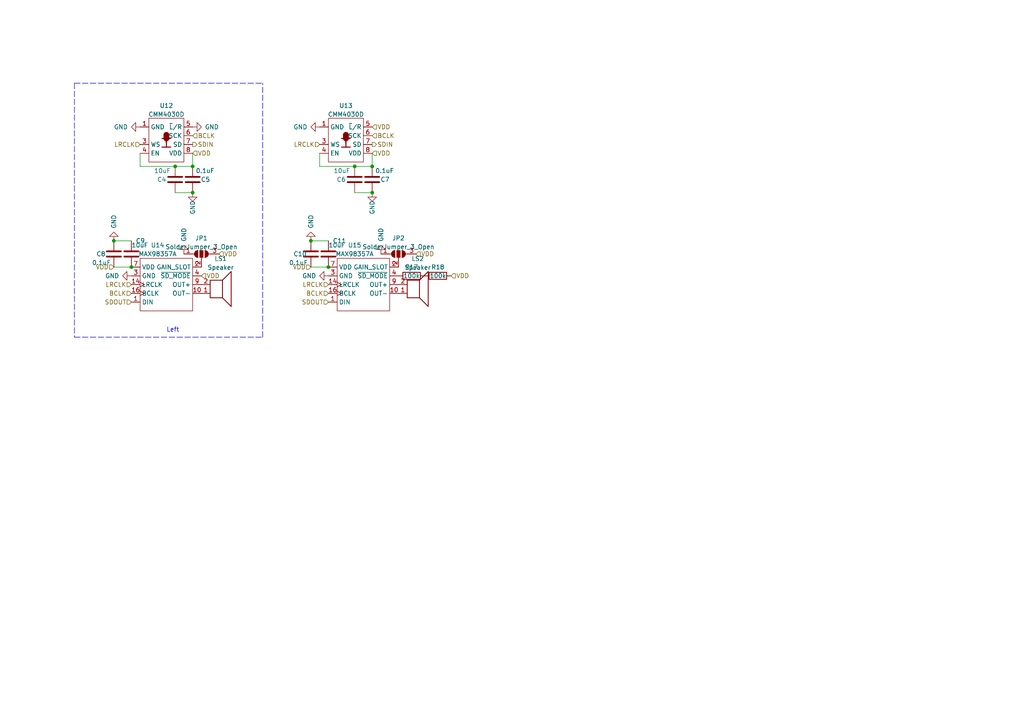
<source format=kicad_sch>
(kicad_sch (version 20211123) (generator eeschema)
  (paper "A4")
  (lib_symbols
    (symbol "Device:C" (pin_numbers hide) (pin_names (offset 0.254))
      (property "Reference" "C" (at 0.635 2.54 0))
      (property "Value" "C" (at 0.635 -2.54 0))
      (symbol "C_0_1"
        (polyline (pts (xy -2.032 -0.762) (xy 2.032 -0.762)) (stroke (width 0.508)))
        (polyline (pts (xy -2.032 0.762) (xy 2.032 0.762)) (stroke (width 0.508)))
      )
      (symbol "C_1_1"
        (pin passive line (at 0 3.81 270) (length 2.794) (name "~") (number "1"))
        (pin passive line (at 0 -3.81 90) (length 2.794) (name "~") (number "2"))
      )
    )
    (symbol "Device:R" (pin_numbers hide) (pin_names (offset 0))
      (property "Reference" "R" (at 2.032 0 90))
      (property "Value" "R" (at 0 0 90))
      (symbol "R_0_1"
        (rectangle (start -1.016 -2.54) (end 1.016 2.54) (stroke (width 0.254)))
      )
      (symbol "R_1_1"
        (pin passive line (at 0 3.81 270) (length 1.27) (name "~") (number "1"))
        (pin passive line (at 0 -3.81 90) (length 1.27) (name "~") (number "2"))
      )
    )
    (symbol "Device:Speaker" (pin_names (offset 0) hide)
      (property "Reference" "LS" (at 1.27 5.715 0))
      (property "Value" "Speaker" (at 1.27 3.81 0))
      (symbol "Speaker_0_0"
        (rectangle (start -2.54 1.27) (end 1.016 -3.81) (stroke (width 0.254)))
        (polyline (pts (xy 1.016 1.27) (xy 3.556 3.81) (xy 3.556 -6.35) (xy 1.016 -3.81)) (stroke (width 0.254)))
      )
      (symbol "Speaker_1_1"
        (pin input line (at -5.08 0 0) (length 2.54) (name "1") (number "1"))
        (pin input line (at -5.08 -2.54 0) (length 2.54) (name "2") (number "2"))
      )
    )
    (symbol "Jumper:SolderJumper_3_Open" (pin_names (offset 0) hide)
      (property "Reference" "JP" (at -2.54 -2.54 0))
      (property "Value" "SolderJumper_3_Open" (at 0 2.794 0))
      (symbol "SolderJumper_3_Open_0_1"
        (arc (start -1.016 1.016) (mid -2.032 0) (end -1.016 -1.016))
        (arc (start -1.016 1.016) (mid -2.032 0) (end -1.016 -1.016) (fill (type outline)))
        (rectangle (start -0.508 1.016) (end 0.508 -1.016) (fill (type outline)))
        (polyline (pts (xy -2.54 0) (xy -2.032 0)))
        (polyline (pts (xy -1.016 1.016) (xy -1.016 -1.016)))
        (polyline (pts (xy 0 -1.27) (xy 0 -1.016)))
        (polyline (pts (xy 1.016 1.016) (xy 1.016 -1.016)))
        (polyline (pts (xy 2.54 0) (xy 2.032 0)))
        (arc (start 1.016 -1.016) (mid 2.032 0) (end 1.016 1.016))
        (arc (start 1.016 -1.016) (mid 2.032 0) (end 1.016 1.016) (fill (type outline)))
      )
      (symbol "SolderJumper_3_Open_1_1"
        (pin passive line (at -5.08 0 0) (length 2.54) (name "A") (number "1"))
        (pin passive line (at 0 -3.81 90) (length 2.54) (name "C") (number "2"))
        (pin passive line (at 5.08 0 180) (length 2.54) (name "B") (number "3"))
      )
    )
    (symbol "MAX98357A_1"
      (property "Reference" "U" (at 0 -8.89 0))
      (property "Value" "MAX98357A_1" (at 0 8.89 0))
      (symbol "MAX98357A_1_0_1"
        (rectangle (start -7.62 7.62) (end 7.62 -7.62) (stroke (width 0.1524)))
      )
      (symbol "MAX98357A_1_1_1"
        (pin input line (at -10.16 -5.08 0) (length 2.54) (name "DIN") (number "1"))
        (pin output line (at 10.16 -2.54 180) (length 2.54) (name "OUT-") (number "10"))
        (pin power_in line (at -10.16 2.54 0) (length 2.54) hide (name "GND") (number "11"))
        (pin input clock (at -10.16 0 0) (length 2.54) (name "LRCLK") (number "14"))
        (pin power_in line (at -10.16 2.54 0) (length 2.54) hide (name "GND") (number "15"))
        (pin input clock (at -10.16 -2.54 0) (length 2.54) (name "BCLK") (number "16"))
        (pin passive line (at -10.16 2.54 0) (length 2.54) hide (name "GND") (number "17"))
        (pin input line (at 10.16 5.08 180) (length 2.54) (name "GAIN_SLOT") (number "2"))
        (pin power_in line (at -10.16 2.54 0) (length 2.54) (name "GND") (number "3"))
        (pin input line (at 10.16 2.54 180) (length 2.54) (name "~{SD_MODE}") (number "4"))
        (pin power_in line (at -10.16 5.08 0) (length 2.54) (name "VDD") (number "7"))
        (pin power_in line (at -10.16 5.08 0) (length 2.54) hide (name "VDD") (number "8"))
        (pin output line (at 10.16 0 180) (length 2.54) (name "OUT+") (number "9"))
      )
    )
    (symbol "ic:CMM4030D"
      (property "Reference" "U" (at 0 -10.922 0))
      (property "Value" "CMM4030D" (at 0 8.128 0))
      (symbol "CMM4030D_0_1"
        (rectangle (start -5.08 6.35) (end 5.08 -6.35) (stroke (width 0.1524)))
        (rectangle (start -0.762 1.524) (end 0.762 0.508) (stroke (width 0.1524)) (fill (type outline)))
        (arc (start 0 -0.762) (mid 0.898 1.406) (end -1.27 0.508) (stroke (width 0.3)))
        (polyline (pts (xy 0 -0.762) (xy 0 -2.032)) (stroke (width 0.3)))
        (polyline (pts (xy 1.27 -2.032) (xy -1.27 -2.032)) (stroke (width 0.3)))
        (circle (center 0 0.508) (radius 0.762) (stroke (width 0.1524)) (fill (type outline)))
        (circle (center 0 1.524) (radius 0.762) (stroke (width 0.1524)) (fill (type outline)))
        (arc (start 1.27 0.508) (mid -0.898 1.406) (end 0 -0.762) (stroke (width 0.3)))
      )
      (symbol "CMM4030D_1_1"
        (pin power_in line (at -7.62 3.81 0) (length 2.54) (name "GND") (number "1"))
        (pin input line (at -7.62 -1.27 0) (length 2.54) (name "WS") (number "3"))
        (pin input line (at -7.62 -3.81 0) (length 2.54) (name "EN") (number "4"))
        (pin input line (at 7.62 3.81 180) (length 2.54) (name "~{L}/R") (number "5"))
        (pin input line (at 7.62 1.27 180) (length 2.54) (name "SCK") (number "6"))
        (pin input line (at 7.62 -1.27 180) (length 2.54) (name "SD") (number "7"))
        (pin power_in line (at 7.62 -3.81 180) (length 2.54) (name "VDD") (number "8"))
      )
    )
    (symbol "ic:MAX98357A"
      (property "Reference" "U" (at 0 -8.89 0))
      (property "Value" "MAX98357A" (at 0 8.89 0))
      (symbol "MAX98357A_0_1"
        (rectangle (start -7.62 7.62) (end 7.62 -7.62) (stroke (width 0.1524)))
      )
      (symbol "MAX98357A_1_1"
        (pin input line (at -10.16 -5.08 0) (length 2.54) (name "DIN") (number "1"))
        (pin output line (at 10.16 -2.54 180) (length 2.54) (name "OUT-") (number "10"))
        (pin power_in line (at -10.16 2.54 0) (length 2.54) hide (name "GND") (number "11"))
        (pin input clock (at -10.16 0 0) (length 2.54) (name "LRCLK") (number "14"))
        (pin power_in line (at -10.16 2.54 0) (length 2.54) hide (name "GND") (number "15"))
        (pin input clock (at -10.16 -2.54 0) (length 2.54) (name "BCLK") (number "16"))
        (pin passive line (at -10.16 2.54 0) (length 2.54) hide (name "GND") (number "17"))
        (pin input line (at 10.16 5.08 180) (length 2.54) (name "GAIN_SLOT") (number "2"))
        (pin power_in line (at -10.16 2.54 0) (length 2.54) (name "GND") (number "3"))
        (pin input line (at 10.16 2.54 180) (length 2.54) (name "~{SD_MODE}") (number "4"))
        (pin power_in line (at -10.16 5.08 0) (length 2.54) (name "VDD") (number "7"))
        (pin power_in line (at -10.16 5.08 0) (length 2.54) hide (name "VDD") (number "8"))
        (pin output line (at 10.16 0 180) (length 2.54) (name "OUT+") (number "9"))
      )
    )
    (symbol "power:GND" (power) (pin_names (offset 0))
      (property "Value" "GND" (at 0 -3.81 0))
      (symbol "GND_0_1"
        (polyline (pts (xy 0 0) (xy 0 -1.27) (xy 1.27 -1.27) (xy 0 -2.54) (xy -1.27 -1.27) (xy 0 -1.27)))
      )
      (symbol "GND_1_1"
        (pin power_in line (at 0 0 270) (length 0) hide (name "GND") (number "1"))
      )
    )
  )
  (junction (at 55.88 55.88))
  (junction (at 50.8 48.26))
  (junction (at 38.1 77.47))
  (junction (at 102.87 48.26))
  (junction (at 107.95 48.26))
  (junction (at 107.95 55.88))
  (junction (at 33.02 69.85))
  (junction (at 90.17 69.85))
  (junction (at 95.25 77.47))
  (junction (at 55.88 48.26))
  (wire (pts (xy 33.02 77.47) (xy 38.1 77.47)))
  (polyline (pts (xy 21.59 24.13) (xy 21.59 97.79)))
  (wire (pts (xy 92.71 44.45) (xy 92.71 48.26)))
  (polyline (pts (xy 21.59 24.13) (xy 76.2 24.13)))
  (polyline (pts (xy 21.59 97.79) (xy 76.2 97.79)))
  (wire (pts (xy 102.87 55.88) (xy 107.95 55.88)))
  (wire (pts (xy 92.71 48.26) (xy 102.87 48.26)))
  (wire (pts (xy 102.87 48.26) (xy 107.95 48.26)))
  (wire (pts (xy 55.88 48.26) (xy 55.88 44.45)))
  (wire (pts (xy 38.1 69.85) (xy 33.02 69.85)))
  (wire (pts (xy 50.8 48.26) (xy 55.88 48.26)))
  (wire (pts (xy 40.64 48.26) (xy 50.8 48.26)))
  (polyline (pts (xy 76.2 97.79) (xy 76.2 24.13)))
  (wire (pts (xy 40.64 44.45) (xy 40.64 48.26)))
  (wire (pts (xy 95.25 69.85) (xy 90.17 69.85)))
  (wire (pts (xy 90.17 77.47) (xy 95.25 77.47)))
  (wire (pts (xy 107.95 48.26) (xy 107.95 44.45)))
  (wire (pts (xy 50.8 55.88) (xy 55.88 55.88)))
  (text "Left" (at 48.26 96.52 0) (effects (font (size 1.27 1.27)) (justify left bottom)))
  (hierarchical_label "VDD" (shape input) (at 63.5 73.66 0))
  (hierarchical_label "SDOUT" (shape input) (at 38.1 87.63 180))
  (hierarchical_label "VDD" (shape input) (at 107.95 36.83 0))
  (hierarchical_label "BCLK" (shape input) (at 55.88 39.37 0))
  (hierarchical_label "VDD" (shape input) (at 58.42 80.01 0))
  (hierarchical_label "LRCLK" (shape input) (at 92.71 41.91 180))
  (hierarchical_label "VDD" (shape input) (at 130.81 80.01 0))
  (hierarchical_label "VDD" (shape input) (at 120.65 73.66 0))
  (hierarchical_label "VDD" (shape input) (at 55.88 44.45 0))
  (hierarchical_label "LRCLK" (shape input) (at 95.25 82.55 180))
  (hierarchical_label "BCLK" (shape input) (at 95.25 85.09 180))
  (hierarchical_label "BCLK" (shape input) (at 107.95 39.37 0))
  (hierarchical_label "LRCLK" (shape input) (at 40.64 41.91 180))
  (hierarchical_label "VDD" (shape input) (at 90.17 77.47 180))
  (hierarchical_label "LRCLK" (shape input) (at 38.1 82.55 180))
  (hierarchical_label "VDD" (shape input) (at 107.95 44.45 0))
  (hierarchical_label "VDD" (shape input) (at 33.02 77.47 180))
  (hierarchical_label "SDOUT" (shape input) (at 95.25 87.63 180))
  (hierarchical_label "SDIN" (shape output) (at 55.88 41.91 0))
  (hierarchical_label "SDIN" (shape output) (at 107.95 41.91 0))
  (hierarchical_label "BCLK" (shape input) (at 38.1 85.09 180))
  (symbol (lib_id "Device:C") (at 38.1 73.66 0) (unit 1)
    (property "Reference" "C9" (at 39.37 69.85 0) (effects (justify left)))
    (property "Value" "10uF" (at 38.1 71.12 0) (effects (justify left)))
    (property "Footprint" "Capacitor_SMD:C_0603_1608Metric" (effects hide))
  )
  (symbol (lib_id "Device:R") (at 127 80.01 90) (unit 1)
    (property "Reference" "R18" (at 127 77.47 90))
    (property "Value" "100k" (at 127 80.01 90))
    (property "Footprint" "Resistor_SMD:R_0603_1608Metric" (effects hide))
  )
  (symbol (lib_id "power:GND") (at 33.02 69.85 180) (unit 1)
    (property "Reference" "#PWR0128" (effects hide))
    (property "Value" "GND" (at 33.02 62.23 90) (effects (justify left)))
  )
  (symbol (lib_id "power:GND") (at 53.34 73.66 180) (unit 1)
    (property "Reference" "#PWR0125" (effects hide))
    (property "Value" "GND" (at 53.34 66.04 90) (effects (justify left)))
  )
  (symbol (lib_id "power:GND") (at 90.17 69.85 180) (unit 1)
    (property "Reference" "#PWR0135" (effects hide))
    (property "Value" "GND" (at 90.17 62.23 90) (effects (justify left)))
  )
  (symbol (lib_id "power:GND") (at 107.95 55.88 0) (unit 1)
    (property "Reference" "#PWR0139" (effects hide))
    (property "Value" "GND" (at 107.95 62.23 90) (effects (justify left)))
  )
  (symbol (lib_id "Device:Speaker") (at 63.5 85.09 0) (mirror x) (unit 1)
    (property "Reference" "LS1" (at 64.008 75.0402 0))
    (property "Value" "Speaker" (at 64.008 77.5771 0))
    (property "Footprint" "misc:CMS1609" (effects hide))
  )
  (symbol (lib_id "Device:C") (at 107.95 52.07 180) (unit 1)
    (property "Reference" "C7" (at 113.03 52.07 0) (effects (justify left)))
    (property "Value" "0.1uF" (at 114.3 49.53 0) (effects (justify left)))
    (property "Footprint" "Capacitor_SMD:C_0603_1608Metric" (effects hide))
  )
  (symbol (lib_id "power:GND") (at 92.71 36.83 270) (unit 1)
    (property "Reference" "#PWR0132" (effects hide))
    (property "Value" "GND" (at 85.09 36.83 90) (effects (justify left)))
  )
  (symbol (lib_id "ic:CMM4030D") (at 100.33 40.64 0) (unit 1)
    (property "Reference" "U13" (at 100.33 30.641 0))
    (property "Value" "CMM4030D" (at 100.33 33.1779 0))
    (property "Footprint" "ic:CMM4030D_hand_solder" (effects hide))
  )
  (symbol (lib_id "Jumper:SolderJumper_3_Open") (at 115.57 73.66 0) (unit 1)
    (property "Reference" "JP2" (at 115.57 69.0712 0))
    (property "Value" "SolderJumper_3_Open" (at 115.57 71.6081 0))
    (property "Footprint" "Jumper:SolderJumper-3_P1.3mm_Open_RoundedPad1.0x1.5mm" (effects hide))
  )
  (symbol (lib_id "power:GND") (at 38.1 80.01 270) (unit 1)
    (property "Reference" "#PWR0127" (effects hide))
    (property "Value" "GND" (at 30.48 80.01 90) (effects (justify left)))
  )
  (symbol (lib_id "power:GND") (at 95.25 80.01 270) (unit 1)
    (property "Reference" "#PWR0133" (effects hide))
    (property "Value" "GND" (at 87.63 80.01 90) (effects (justify left)))
  )
  (symbol (lib_id "Device:Speaker") (at 120.65 85.09 0) (mirror x) (unit 1)
    (property "Reference" "LS2" (at 121.158 75.0402 0))
    (property "Value" "Speaker" (at 121.158 77.5771 0))
    (property "Footprint" "misc:CMS1609" (effects hide))
  )
  (symbol (lib_id "Device:C") (at 33.02 73.66 0) (unit 1)
    (property "Reference" "C8" (at 27.94 73.66 0) (effects (justify left)))
    (property "Value" "0.1uF" (at 26.67 76.2 0) (effects (justify left)))
    (property "Footprint" "Capacitor_SMD:C_0603_1608Metric" (effects hide))
  )
  (symbol (lib_id "Device:C") (at 102.87 52.07 180) (unit 1)
    (property "Reference" "C6" (at 100.33 52.07 0) (effects (justify left)))
    (property "Value" "10uF" (at 101.6 49.53 0) (effects (justify left)))
    (property "Footprint" "Capacitor_SMD:C_0603_1608Metric" (effects hide))
  )
  (symbol (lib_id "power:GND") (at 55.88 55.88 0) (unit 1)
    (property "Reference" "#PWR0126" (effects hide))
    (property "Value" "GND" (at 55.88 62.23 90) (effects (justify left)))
  )
  (symbol (lib_id "Jumper:SolderJumper_3_Open") (at 58.42 73.66 0) (unit 1)
    (property "Reference" "JP1" (at 58.42 69.0712 0))
    (property "Value" "SolderJumper_3_Open" (at 58.42 71.6081 0))
    (property "Footprint" "Jumper:SolderJumper-3_P1.3mm_Open_RoundedPad1.0x1.5mm" (effects hide))
  )
  (symbol (lib_id "ic:CMM4030D") (at 48.26 40.64 0) (unit 1)
    (property "Reference" "U12" (at 48.26 30.641 0))
    (property "Value" "CMM4030D" (at 48.26 33.1779 0))
    (property "Footprint" "ic:CMM4030D_hand_solder" (effects hide))
  )
  (symbol (lib_id "Device:R") (at 119.38 80.01 90) (unit 1)
    (property "Reference" "R17" (at 119.38 77.47 90))
    (property "Value" "100k" (at 119.38 80.01 90))
    (property "Footprint" "Resistor_SMD:R_0603_1608Metric" (effects hide))
  )
  (symbol (lib_id "Device:C") (at 95.25 73.66 0) (unit 1)
    (property "Reference" "C11" (at 96.52 69.85 0) (effects (justify left)))
    (property "Value" "10uF" (at 95.25 71.12 0) (effects (justify left)))
    (property "Footprint" "Capacitor_SMD:C_0603_1608Metric" (effects hide))
  )
  (symbol (lib_name "MAX98357A_1") (lib_id "ic:MAX98357A") (at 105.41 82.55 0) (unit 1)
    (property "Reference" "U15" (at 102.87 71.12 0))
    (property "Value" "MAX98357A" (at 102.87 73.66 0))
    (property "Footprint" "Package_DFN_QFN:QFN-16-1EP_3x3mm_P0.5mm_EP1.45x1.45mm" (effects hide))
  )
  (symbol (lib_id "power:GND") (at 110.49 73.66 180) (unit 1)
    (property "Reference" "#PWR0141" (effects hide))
    (property "Value" "GND" (at 110.49 66.04 90) (effects (justify left)))
  )
  (symbol (lib_id "power:GND") (at 40.64 36.83 270) (unit 1)
    (property "Reference" "#PWR0123" (effects hide))
    (property "Value" "GND" (at 33.02 36.83 90) (effects (justify left)))
  )
  (symbol (lib_id "ic:MAX98357A") (at 48.26 82.55 0) (unit 1)
    (property "Reference" "U14" (at 45.72 71.12 0))
    (property "Value" "MAX98357A" (at 45.72 73.66 0))
    (property "Footprint" "Package_DFN_QFN:QFN-16-1EP_3x3mm_P0.5mm_EP1.45x1.45mm" (effects hide))
  )
  (symbol (lib_id "Device:C") (at 55.88 52.07 180) (unit 1)
    (property "Reference" "C5" (at 60.96 52.07 0) (effects (justify left)))
    (property "Value" "0.1uF" (at 62.23 49.53 0) (effects (justify left)))
    (property "Footprint" "Capacitor_SMD:C_0603_1608Metric" (effects hide))
  )
  (symbol (lib_id "Device:C") (at 50.8 52.07 180) (unit 1)
    (property "Reference" "C4" (at 48.26 52.07 0) (effects (justify left)))
    (property "Value" "10uF" (at 49.53 49.53 0) (effects (justify left)))
    (property "Footprint" "Capacitor_SMD:C_0603_1608Metric" (effects hide))
  )
  (symbol (lib_id "Device:C") (at 90.17 73.66 0) (unit 1)
    (property "Reference" "C10" (at 85.09 73.66 0) (effects (justify left)))
    (property "Value" "0.1uF" (at 83.82 76.2 0) (effects (justify left)))
    (property "Footprint" "Capacitor_SMD:C_0603_1608Metric" (effects hide))
  )
  (symbol (lib_id "power:GND") (at 55.88 36.83 90) (unit 1)
    (property "Reference" "#PWR0124" (effects hide))
    (property "Value" "GND" (at 63.5 36.83 90) (effects (justify left)))
  )
)
</source>
